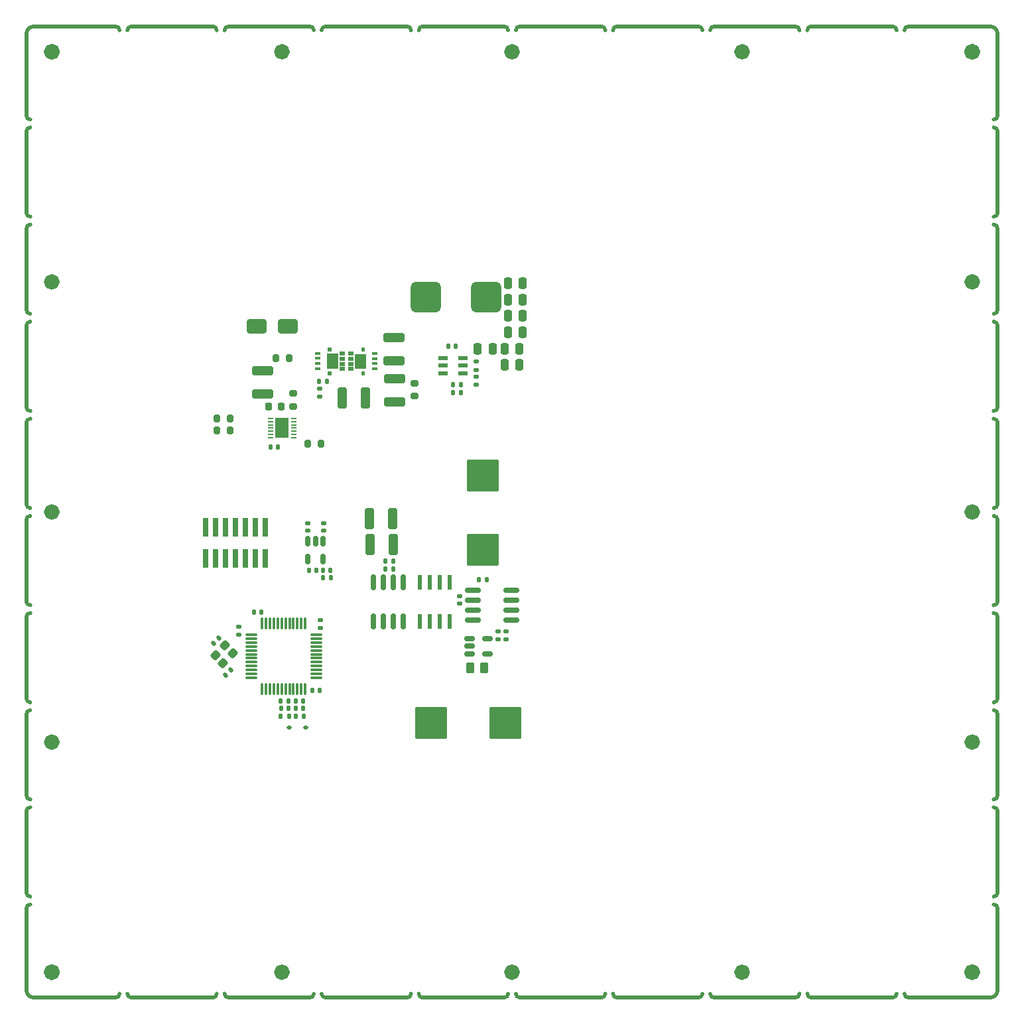
<source format=gtp>
G04 #@! TF.GenerationSoftware,KiCad,Pcbnew,9.0.1+1*
G04 #@! TF.CreationDate,2025-09-08T06:43:27+00:00*
G04 #@! TF.ProjectId,stencil,7374656e-6369-46c2-9e6b-696361645f70,rev?*
G04 #@! TF.SameCoordinates,Original*
G04 #@! TF.FileFunction,Paste,Top*
G04 #@! TF.FilePolarity,Positive*
%FSLAX46Y46*%
G04 Gerber Fmt 4.6, Leading zero omitted, Abs format (unit mm)*
G04 Created by KiCad (PCBNEW 9.0.1+1) date 2025-09-08 06:43:27*
%MOMM*%
%LPD*%
G01*
G04 APERTURE LIST*
G04 Aperture macros list*
%AMRoundRect*
0 Rectangle with rounded corners*
0 $1 Rounding radius*
0 $2 $3 $4 $5 $6 $7 $8 $9 X,Y pos of 4 corners*
0 Add a 4 corners polygon primitive as box body*
4,1,4,$2,$3,$4,$5,$6,$7,$8,$9,$2,$3,0*
0 Add four circle primitives for the rounded corners*
1,1,$1+$1,$2,$3*
1,1,$1+$1,$4,$5*
1,1,$1+$1,$6,$7*
1,1,$1+$1,$8,$9*
0 Add four rect primitives between the rounded corners*
20,1,$1+$1,$2,$3,$4,$5,0*
20,1,$1+$1,$4,$5,$6,$7,0*
20,1,$1+$1,$6,$7,$8,$9,0*
20,1,$1+$1,$8,$9,$2,$3,0*%
G04 Aperture macros list end*
%ADD10C,0.500000*%
%ADD11C,1.000000*%
%ADD12C,1.050000*%
%ADD13C,0.010000*%
%ADD14R,0.600000X1.970000*%
%ADD15RoundRect,0.250000X-0.250000X-0.475000X0.250000X-0.475000X0.250000X0.475000X-0.250000X0.475000X0*%
%ADD16RoundRect,0.218750X-0.218750X-0.256250X0.218750X-0.256250X0.218750X0.256250X-0.218750X0.256250X0*%
%ADD17RoundRect,0.140000X0.140000X0.170000X-0.140000X0.170000X-0.140000X-0.170000X0.140000X-0.170000X0*%
%ADD18R,0.800000X0.200000*%
%ADD19R,1.750000X2.650000*%
%ADD20RoundRect,0.200000X0.200000X0.275000X-0.200000X0.275000X-0.200000X-0.275000X0.200000X-0.275000X0*%
%ADD21RoundRect,0.140000X-0.170000X0.140000X-0.170000X-0.140000X0.170000X-0.140000X0.170000X0.140000X0*%
%ADD22RoundRect,0.135000X-0.185000X0.135000X-0.185000X-0.135000X0.185000X-0.135000X0.185000X0.135000X0*%
%ADD23RoundRect,0.140000X-0.140000X-0.170000X0.140000X-0.170000X0.140000X0.170000X-0.140000X0.170000X0*%
%ADD24RoundRect,0.140000X0.021213X-0.219203X0.219203X-0.021213X-0.021213X0.219203X-0.219203X0.021213X0*%
%ADD25RoundRect,0.200000X-0.200000X-0.275000X0.200000X-0.275000X0.200000X0.275000X-0.200000X0.275000X0*%
%ADD26RoundRect,0.250000X-1.000000X-0.650000X1.000000X-0.650000X1.000000X0.650000X-1.000000X0.650000X0*%
%ADD27RoundRect,0.140000X0.170000X-0.140000X0.170000X0.140000X-0.170000X0.140000X-0.170000X-0.140000X0*%
%ADD28R,0.700000X0.420000*%
%ADD29RoundRect,0.250000X0.325000X1.100000X-0.325000X1.100000X-0.325000X-1.100000X0.325000X-1.100000X0*%
%ADD30RoundRect,0.250000X0.250000X0.475000X-0.250000X0.475000X-0.250000X-0.475000X0.250000X-0.475000X0*%
%ADD31RoundRect,0.150000X0.150000X-0.825000X0.150000X0.825000X-0.150000X0.825000X-0.150000X-0.825000X0*%
%ADD32RoundRect,0.135000X0.135000X0.185000X-0.135000X0.185000X-0.135000X-0.185000X0.135000X-0.185000X0*%
%ADD33RoundRect,0.075000X-0.662500X-0.075000X0.662500X-0.075000X0.662500X0.075000X-0.662500X0.075000X0*%
%ADD34RoundRect,0.075000X-0.075000X-0.662500X0.075000X-0.662500X0.075000X0.662500X-0.075000X0.662500X0*%
%ADD35R,1.200000X0.600000*%
%ADD36RoundRect,0.250000X-0.325000X-1.100000X0.325000X-1.100000X0.325000X1.100000X-0.325000X1.100000X0*%
%ADD37RoundRect,0.250000X-1.100000X0.325000X-1.100000X-0.325000X1.100000X-0.325000X1.100000X0.325000X0*%
%ADD38RoundRect,0.577500X1.347500X-1.347500X1.347500X1.347500X-1.347500X1.347500X-1.347500X-1.347500X0*%
%ADD39R,0.740000X2.400000*%
%ADD40RoundRect,0.250000X-0.053033X-0.406586X0.406586X0.053033X0.053033X0.406586X-0.406586X-0.053033X0*%
%ADD41RoundRect,0.135000X-0.135000X-0.185000X0.135000X-0.185000X0.135000X0.185000X-0.135000X0.185000X0*%
%ADD42RoundRect,0.150000X-0.150000X0.512500X-0.150000X-0.512500X0.150000X-0.512500X0.150000X0.512500X0*%
%ADD43RoundRect,0.250000X-0.262500X-0.450000X0.262500X-0.450000X0.262500X0.450000X-0.262500X0.450000X0*%
%ADD44RoundRect,0.150000X-0.512500X-0.150000X0.512500X-0.150000X0.512500X0.150000X-0.512500X0.150000X0*%
%ADD45RoundRect,0.200000X0.275000X-0.200000X0.275000X0.200000X-0.275000X0.200000X-0.275000X-0.200000X0*%
%ADD46RoundRect,0.250002X-1.799998X-1.799998X1.799998X-1.799998X1.799998X1.799998X-1.799998X1.799998X0*%
%ADD47RoundRect,0.112500X0.187500X0.112500X-0.187500X0.112500X-0.187500X-0.112500X0.187500X-0.112500X0*%
%ADD48RoundRect,0.200000X-0.275000X0.200000X-0.275000X-0.200000X0.275000X-0.200000X0.275000X0.200000X0*%
%ADD49RoundRect,0.250002X1.799998X-1.799998X1.799998X1.799998X-1.799998X1.799998X-1.799998X-1.799998X0*%
%ADD50RoundRect,0.150000X0.825000X0.150000X-0.825000X0.150000X-0.825000X-0.150000X0.825000X-0.150000X0*%
G04 APERTURE END LIST*
D10*
X114162531Y-24354546D02*
X114162531Y-34754546D01*
X162762531Y-10954546D02*
G75*
G02*
X163262454Y-11454546I-31J-499954D01*
G01*
X114662531Y-35254546D02*
G75*
G02*
X114162454Y-34754546I-31J500046D01*
G01*
X177162531Y-134954546D02*
G75*
G02*
X176662454Y-134454546I-31J500046D01*
G01*
X237662531Y-48654546D02*
G75*
G02*
X238162454Y-49154546I-31J-499954D01*
G01*
X237662531Y-23854546D02*
G75*
G02*
X238162454Y-24354546I-31J-499954D01*
G01*
X214362531Y-134954546D02*
G75*
G02*
X213862454Y-134454546I-31J500046D01*
G01*
X214362531Y-10954546D02*
X224762531Y-10954546D01*
X177162531Y-134954546D02*
X187562531Y-134954546D01*
X177162531Y-10954546D02*
X187562531Y-10954546D01*
X114162531Y-24354546D02*
G75*
G02*
X114662531Y-23854531I499969J46D01*
G01*
X237662531Y-73454546D02*
G75*
G02*
X238162454Y-73954546I-31J-499954D01*
G01*
X114162531Y-111154546D02*
X114162531Y-121554546D01*
X150362531Y-10954546D02*
G75*
G02*
X150862454Y-11454546I-31J-499954D01*
G01*
X115162531Y-134954546D02*
G75*
G02*
X114162454Y-133954546I-31J1000046D01*
G01*
X175662531Y-134454546D02*
G75*
G02*
X175162531Y-134954531I-500031J46D01*
G01*
X213862531Y-11454546D02*
G75*
G02*
X214362531Y-10954531I499969J46D01*
G01*
X189062531Y-11454546D02*
G75*
G02*
X189562531Y-10954531I499969J46D01*
G01*
X114662531Y-84854546D02*
G75*
G02*
X114162454Y-84354546I-31J500046D01*
G01*
X237662531Y-110654546D02*
G75*
G02*
X238162454Y-111154546I-31J-499954D01*
G01*
D11*
X176662531Y-131704546D02*
G75*
G02*
X175662531Y-131704546I-500000J0D01*
G01*
X175662531Y-131704546D02*
G75*
G02*
X176662531Y-131704546I500000J0D01*
G01*
D10*
X137962531Y-10954546D02*
G75*
G02*
X138462454Y-11454546I-31J-499954D01*
G01*
D11*
X206037531Y-131704546D02*
G75*
G02*
X205037531Y-131704546I-500000J0D01*
G01*
X205037531Y-131704546D02*
G75*
G02*
X206037531Y-131704546I500000J0D01*
G01*
D10*
X199962531Y-10954546D02*
G75*
G02*
X200462454Y-11454546I-31J-499954D01*
G01*
X238162531Y-24354546D02*
X238162531Y-34754546D01*
D11*
X235412531Y-72954546D02*
G75*
G02*
X234412531Y-72954546I-500000J0D01*
G01*
X234412531Y-72954546D02*
G75*
G02*
X235412531Y-72954546I500000J0D01*
G01*
D10*
X238162531Y-36754546D02*
X238162531Y-47154546D01*
X187562531Y-10954546D02*
G75*
G02*
X188062454Y-11454546I-31J-499954D01*
G01*
X114162531Y-73954546D02*
X114162531Y-84354546D01*
X114162531Y-98754546D02*
X114162531Y-109154546D01*
X114162531Y-49154546D02*
G75*
G02*
X114662531Y-48654531I499969J46D01*
G01*
X114162531Y-11954546D02*
X114162531Y-22354546D01*
X150862531Y-134454546D02*
G75*
G02*
X150362531Y-134954531I-500031J46D01*
G01*
X115162531Y-10954546D02*
X125562531Y-10954546D01*
X114162531Y-11954546D02*
G75*
G02*
X115162531Y-10954531I999969J46D01*
G01*
X238162531Y-11954546D02*
X238162531Y-22354546D01*
X238162531Y-109154546D02*
G75*
G02*
X237662531Y-109654531I-500031J46D01*
G01*
X226762531Y-134954546D02*
X237162531Y-134954546D01*
X126062531Y-134454546D02*
G75*
G02*
X125562531Y-134954531I-500031J46D01*
G01*
X188062531Y-134454546D02*
G75*
G02*
X187562531Y-134954531I-500031J46D01*
G01*
D12*
X117937531Y-14204546D02*
G75*
G02*
X116887531Y-14204546I-525000J0D01*
G01*
X116887531Y-14204546D02*
G75*
G02*
X117937531Y-14204546I525000J0D01*
G01*
D10*
X238162531Y-111154546D02*
X238162531Y-121554546D01*
X127562531Y-134954546D02*
G75*
G02*
X127062454Y-134454546I-31J500046D01*
G01*
X238162531Y-121554546D02*
G75*
G02*
X237662531Y-122054531I-500031J46D01*
G01*
X237662531Y-98254546D02*
G75*
G02*
X238162454Y-98754546I-31J-499954D01*
G01*
X238162531Y-47154546D02*
G75*
G02*
X237662531Y-47654531I-500031J46D01*
G01*
X152362531Y-10954546D02*
X162762531Y-10954546D01*
X114162531Y-36754546D02*
G75*
G02*
X114662531Y-36254531I499969J46D01*
G01*
X114162531Y-73954546D02*
G75*
G02*
X114662531Y-73454531I499969J46D01*
G01*
X224762531Y-10954546D02*
G75*
G02*
X225262454Y-11454546I-31J-499954D01*
G01*
D11*
X117912531Y-102329546D02*
G75*
G02*
X116912531Y-102329546I-500000J0D01*
G01*
X116912531Y-102329546D02*
G75*
G02*
X117912531Y-102329546I500000J0D01*
G01*
D10*
X114662531Y-122054546D02*
G75*
G02*
X114162454Y-121554546I-31J500046D01*
G01*
X201962531Y-134954546D02*
G75*
G02*
X201462454Y-134454546I-31J500046D01*
G01*
X114162531Y-36754546D02*
X114162531Y-47154546D01*
X237662531Y-123054546D02*
G75*
G02*
X238162454Y-123554546I-31J-499954D01*
G01*
X125562531Y-10954546D02*
G75*
G02*
X126062454Y-11454546I-31J-499954D01*
G01*
X114662531Y-72454546D02*
G75*
G02*
X114162454Y-71954546I-31J500046D01*
G01*
X164762531Y-134954546D02*
X175162531Y-134954546D01*
X238162531Y-22354546D02*
G75*
G02*
X237662531Y-22854531I-500031J46D01*
G01*
X139962531Y-10954546D02*
X150362531Y-10954546D01*
X238162531Y-84354546D02*
G75*
G02*
X237662531Y-84854531I-500031J46D01*
G01*
X114162531Y-111154546D02*
G75*
G02*
X114662531Y-110654531I499969J46D01*
G01*
X114662531Y-97254546D02*
G75*
G02*
X114162454Y-96754546I-31J500046D01*
G01*
D11*
X176662531Y-14204546D02*
G75*
G02*
X175662531Y-14204546I-500000J0D01*
G01*
X175662531Y-14204546D02*
G75*
G02*
X176662531Y-14204546I500000J0D01*
G01*
D10*
X238162531Y-71954546D02*
G75*
G02*
X237662531Y-72454531I-500031J46D01*
G01*
X201962531Y-134954546D02*
X212362531Y-134954546D01*
X164262531Y-11454546D02*
G75*
G02*
X164762531Y-10954531I499969J46D01*
G01*
X115162531Y-134954546D02*
X125562531Y-134954546D01*
D11*
X117912531Y-72954546D02*
G75*
G02*
X116912531Y-72954546I-500000J0D01*
G01*
X116912531Y-72954546D02*
G75*
G02*
X117912531Y-72954546I500000J0D01*
G01*
D10*
X225262531Y-134454546D02*
G75*
G02*
X224762531Y-134954531I-500031J46D01*
G01*
X127062531Y-11454546D02*
G75*
G02*
X127562531Y-10954531I499969J46D01*
G01*
X200462531Y-134454546D02*
G75*
G02*
X199962531Y-134954531I-500031J46D01*
G01*
D12*
X117937531Y-131704546D02*
G75*
G02*
X116887531Y-131704546I-525000J0D01*
G01*
X116887531Y-131704546D02*
G75*
G02*
X117937531Y-131704546I525000J0D01*
G01*
D11*
X235412531Y-43579546D02*
G75*
G02*
X234412531Y-43579546I-500000J0D01*
G01*
X234412531Y-43579546D02*
G75*
G02*
X235412531Y-43579546I500000J0D01*
G01*
X206037531Y-14204546D02*
G75*
G02*
X205037531Y-14204546I-500000J0D01*
G01*
X205037531Y-14204546D02*
G75*
G02*
X206037531Y-14204546I500000J0D01*
G01*
D10*
X201962531Y-10954546D02*
X212362531Y-10954546D01*
X176662531Y-11454546D02*
G75*
G02*
X177162531Y-10954531I499969J46D01*
G01*
X212862531Y-134454546D02*
G75*
G02*
X212362531Y-134954531I-500031J46D01*
G01*
X238162531Y-98754546D02*
X238162531Y-109154546D01*
X127562531Y-134954546D02*
X137962531Y-134954546D01*
X139962531Y-134954546D02*
X150362531Y-134954546D01*
X114162531Y-98754546D02*
G75*
G02*
X114662531Y-98254531I499969J46D01*
G01*
X175162531Y-10954546D02*
G75*
G02*
X175662454Y-11454546I-31J-499954D01*
G01*
X189562531Y-10954546D02*
X199962531Y-10954546D01*
X114162531Y-86354546D02*
X114162531Y-96754546D01*
X114662531Y-109654546D02*
G75*
G02*
X114162454Y-109154546I-31J500046D01*
G01*
X114662531Y-22854546D02*
G75*
G02*
X114162454Y-22354546I-31J500046D01*
G01*
X238162531Y-59554546D02*
G75*
G02*
X237662531Y-60054531I-500031J46D01*
G01*
X238162531Y-61554546D02*
X238162531Y-71954546D01*
X238162531Y-133954546D02*
G75*
G02*
X237162531Y-134954531I-1000031J46D01*
G01*
X138462531Y-134454546D02*
G75*
G02*
X137962531Y-134954531I-500031J46D01*
G01*
X164762531Y-10954546D02*
X175162531Y-10954546D01*
X114662531Y-60054546D02*
G75*
G02*
X114162454Y-59554546I-31J500046D01*
G01*
X114662531Y-47654546D02*
G75*
G02*
X114162454Y-47154546I-31J500046D01*
G01*
X214362531Y-134954546D02*
X224762531Y-134954546D01*
X114162531Y-49154546D02*
X114162531Y-59554546D01*
X237662531Y-85854546D02*
G75*
G02*
X238162454Y-86354546I-31J-499954D01*
G01*
X114162531Y-123554546D02*
X114162531Y-133954546D01*
X189562531Y-134954546D02*
G75*
G02*
X189062454Y-134454546I-31J500046D01*
G01*
X238162531Y-96754546D02*
G75*
G02*
X237662531Y-97254531I-500031J46D01*
G01*
X226262531Y-11454546D02*
G75*
G02*
X226762531Y-10954531I499969J46D01*
G01*
X226762531Y-134954546D02*
G75*
G02*
X226262454Y-134454546I-31J500046D01*
G01*
D12*
X235437531Y-14204546D02*
G75*
G02*
X234387531Y-14204546I-525000J0D01*
G01*
X234387531Y-14204546D02*
G75*
G02*
X235437531Y-14204546I525000J0D01*
G01*
D10*
X164762531Y-134954546D02*
G75*
G02*
X164262454Y-134454546I-31J500046D01*
G01*
X238162531Y-86354546D02*
X238162531Y-96754546D01*
X127562531Y-10954546D02*
X137962531Y-10954546D01*
D12*
X235437531Y-131704546D02*
G75*
G02*
X234387531Y-131704546I-525000J0D01*
G01*
X234387531Y-131704546D02*
G75*
G02*
X235437531Y-131704546I525000J0D01*
G01*
D11*
X147287531Y-131704546D02*
G75*
G02*
X146287531Y-131704546I-500000J0D01*
G01*
X146287531Y-131704546D02*
G75*
G02*
X147287531Y-131704546I500000J0D01*
G01*
X117912531Y-43579546D02*
G75*
G02*
X116912531Y-43579546I-500000J0D01*
G01*
X116912531Y-43579546D02*
G75*
G02*
X117912531Y-43579546I500000J0D01*
G01*
X235412531Y-102329546D02*
G75*
G02*
X234412531Y-102329546I-500000J0D01*
G01*
X234412531Y-102329546D02*
G75*
G02*
X235412531Y-102329546I500000J0D01*
G01*
D10*
X226762531Y-10954546D02*
X237162531Y-10954546D01*
X114162531Y-61554546D02*
X114162531Y-71954546D01*
X151862531Y-11454546D02*
G75*
G02*
X152362531Y-10954531I499969J46D01*
G01*
X212362531Y-10954546D02*
G75*
G02*
X212862454Y-11454546I-31J-499954D01*
G01*
X238162531Y-123554546D02*
X238162531Y-133954546D01*
X238162531Y-73954546D02*
X238162531Y-84354546D01*
D11*
X147287531Y-14204546D02*
G75*
G02*
X146287531Y-14204546I-500000J0D01*
G01*
X146287531Y-14204546D02*
G75*
G02*
X147287531Y-14204546I500000J0D01*
G01*
D10*
X152362531Y-134954546D02*
X162762531Y-134954546D01*
X237662531Y-36254546D02*
G75*
G02*
X238162454Y-36754546I-31J-499954D01*
G01*
X114162531Y-61554546D02*
G75*
G02*
X114662531Y-61054531I499969J46D01*
G01*
X163262531Y-134454546D02*
G75*
G02*
X162762531Y-134954531I-500031J46D01*
G01*
X152362531Y-134954546D02*
G75*
G02*
X151862454Y-134454546I-31J500046D01*
G01*
X189562531Y-134954546D02*
X199962531Y-134954546D01*
X237662531Y-61054546D02*
G75*
G02*
X238162454Y-61554546I-31J-499954D01*
G01*
X139462531Y-11454546D02*
G75*
G02*
X139962531Y-10954531I499969J46D01*
G01*
X139962531Y-134954546D02*
G75*
G02*
X139462454Y-134454546I-31J500046D01*
G01*
X238162531Y-34754546D02*
G75*
G02*
X237662531Y-35254531I-500031J46D01*
G01*
X237162531Y-10954546D02*
G75*
G02*
X238162454Y-11954546I-31J-999954D01*
G01*
X114162531Y-123554546D02*
G75*
G02*
X114662531Y-123054531I499969J46D01*
G01*
X114162531Y-86354546D02*
G75*
G02*
X114662531Y-85854531I499969J46D01*
G01*
X201462531Y-11454546D02*
G75*
G02*
X201962531Y-10954531I499969J46D01*
G01*
X238162531Y-49154546D02*
X238162531Y-59554546D01*
D13*
G04 #@! TO.C,Q1*
X155805500Y-52917550D02*
X155255500Y-52917550D01*
X155255500Y-52497550D01*
X155805500Y-52497550D01*
X155805500Y-52917550D01*
G36*
X155805500Y-52917550D02*
G01*
X155255500Y-52917550D01*
X155255500Y-52497550D01*
X155805500Y-52497550D01*
X155805500Y-52917550D01*
G37*
X155805500Y-53147550D02*
X155805500Y-53567550D01*
X155255500Y-53567550D01*
X155255500Y-53147549D01*
X155805500Y-53147550D01*
G36*
X155805500Y-53147550D02*
G01*
X155805500Y-53567550D01*
X155255500Y-53567550D01*
X155255500Y-53147549D01*
X155805500Y-53147550D01*
G37*
X155805500Y-54217550D02*
X155255500Y-54217551D01*
X155255500Y-53797550D01*
X155805500Y-53797550D01*
X155805500Y-54217550D01*
G36*
X155805500Y-54217550D02*
G01*
X155255500Y-54217551D01*
X155255500Y-53797550D01*
X155805500Y-53797550D01*
X155805500Y-54217550D01*
G37*
X155805500Y-54867550D02*
X155255500Y-54867550D01*
X155255500Y-54447550D01*
X155805500Y-54447550D01*
X155805500Y-54867550D01*
G36*
X155805500Y-54867550D02*
G01*
X155255500Y-54867550D01*
X155255500Y-54447550D01*
X155805500Y-54447550D01*
X155805500Y-54867550D01*
G37*
X157305499Y-55432550D02*
X156905501Y-55432550D01*
X156905500Y-54982550D01*
X157305500Y-54982550D01*
X157305499Y-55432550D01*
G36*
X157305499Y-55432550D02*
G01*
X156905501Y-55432550D01*
X156905500Y-54982550D01*
X157305500Y-54982550D01*
X157305499Y-55432550D01*
G37*
X157305500Y-52382550D02*
X156905500Y-52382550D01*
X156905501Y-51932550D01*
X157305499Y-51932550D01*
X157305500Y-52382550D01*
G36*
X157305500Y-52382550D02*
G01*
X156905500Y-52382550D01*
X156905501Y-51932550D01*
X157305499Y-51932550D01*
X157305500Y-52382550D01*
G37*
X157426500Y-54601550D02*
X156084500Y-54601550D01*
X156084500Y-52763550D01*
X157426500Y-52763550D01*
X157426500Y-54601550D01*
G36*
X157426500Y-54601550D02*
G01*
X156084500Y-54601550D01*
X156084500Y-52763550D01*
X157426500Y-52763550D01*
X157426500Y-54601550D01*
G37*
G04 #@! TO.C,Q5*
X153886100Y-54591750D02*
X152544100Y-54591750D01*
X152544100Y-52753750D01*
X153886100Y-52753750D01*
X153886100Y-54591750D01*
G36*
X153886100Y-54591750D02*
G01*
X152544100Y-54591750D01*
X152544100Y-52753750D01*
X153886100Y-52753750D01*
X153886100Y-54591750D01*
G37*
X153065099Y-55422750D02*
X152665101Y-55422750D01*
X152665100Y-54972750D01*
X153065100Y-54972750D01*
X153065099Y-55422750D01*
G36*
X153065099Y-55422750D02*
G01*
X152665101Y-55422750D01*
X152665100Y-54972750D01*
X153065100Y-54972750D01*
X153065099Y-55422750D01*
G37*
X153065100Y-52372750D02*
X152665100Y-52372750D01*
X152665101Y-51922750D01*
X153065099Y-51922750D01*
X153065100Y-52372750D01*
G36*
X153065100Y-52372750D02*
G01*
X152665100Y-52372750D01*
X152665101Y-51922750D01*
X153065099Y-51922750D01*
X153065100Y-52372750D01*
G37*
X154715100Y-52907750D02*
X154165100Y-52907750D01*
X154165100Y-52487750D01*
X154715100Y-52487750D01*
X154715100Y-52907750D01*
G36*
X154715100Y-52907750D02*
G01*
X154165100Y-52907750D01*
X154165100Y-52487750D01*
X154715100Y-52487750D01*
X154715100Y-52907750D01*
G37*
X154715100Y-53557750D02*
X154165100Y-53557750D01*
X154165100Y-53137750D01*
X154715100Y-53137749D01*
X154715100Y-53557750D01*
G36*
X154715100Y-53557750D02*
G01*
X154165100Y-53557750D01*
X154165100Y-53137750D01*
X154715100Y-53137749D01*
X154715100Y-53557750D01*
G37*
X154715100Y-54207751D02*
X154165100Y-54207750D01*
X154165100Y-53787750D01*
X154715100Y-53787750D01*
X154715100Y-54207751D01*
G36*
X154715100Y-54207751D02*
G01*
X154165100Y-54207750D01*
X154165100Y-53787750D01*
X154715100Y-53787750D01*
X154715100Y-54207751D01*
G37*
X154715100Y-54857750D02*
X154165100Y-54857750D01*
X154165100Y-54437750D01*
X154715100Y-54437750D01*
X154715100Y-54857750D01*
G36*
X154715100Y-54857750D02*
G01*
X154165100Y-54857750D01*
X154165100Y-54437750D01*
X154715100Y-54437750D01*
X154715100Y-54857750D01*
G37*
G04 #@! TD*
D14*
G04 #@! TO.C,Q2*
X164355000Y-86915000D03*
X165625000Y-86915000D03*
X166895000Y-86915000D03*
X168165000Y-86915000D03*
X168165000Y-81965000D03*
X166895000Y-81965000D03*
X165625000Y-81965000D03*
X164355000Y-81965000D03*
G04 #@! TD*
D15*
G04 #@! TO.C,C4*
X175232301Y-54180750D03*
X177132299Y-54180750D03*
G04 #@! TD*
G04 #@! TO.C,C37*
X175638701Y-50015150D03*
X177538699Y-50015150D03*
G04 #@! TD*
D16*
G04 #@! TO.C,D1*
X145102500Y-59510000D03*
X146677500Y-59510000D03*
G04 #@! TD*
D17*
G04 #@! TO.C,C46*
X151174499Y-80397700D03*
X150214499Y-80397700D03*
G04 #@! TD*
D18*
G04 #@! TO.C,IC1*
X148317500Y-63436750D03*
X148317500Y-63036750D03*
X148317500Y-62636750D03*
X148317500Y-62236750D03*
X148317500Y-61836750D03*
X148317500Y-61436750D03*
X148317500Y-61036750D03*
X145317500Y-61036750D03*
X145317500Y-61436750D03*
X145317500Y-61836750D03*
X145317500Y-62236750D03*
X145317500Y-62636750D03*
X145317500Y-63036750D03*
X145317500Y-63436750D03*
D19*
X146817500Y-62236750D03*
G04 #@! TD*
D20*
G04 #@! TO.C,R5*
X140177300Y-61038750D03*
X138527300Y-61038750D03*
G04 #@! TD*
D21*
G04 #@! TO.C,C2*
X174410000Y-88230000D03*
X174410000Y-89190000D03*
G04 #@! TD*
D15*
G04 #@! TO.C,C5*
X175623500Y-43715950D03*
X177523498Y-43715950D03*
G04 #@! TD*
D22*
G04 #@! TO.C,R3*
X151595100Y-57228750D03*
X151595100Y-58248748D03*
G04 #@! TD*
D23*
G04 #@! TO.C,C48*
X148562200Y-98027000D03*
X149522200Y-98027000D03*
G04 #@! TD*
D22*
G04 #@! TO.C,R29*
X171559500Y-53774350D03*
X171559500Y-54794348D03*
G04 #@! TD*
D24*
G04 #@! TO.C,C97*
X138034789Y-89679611D03*
X138713611Y-89000789D03*
G04 #@! TD*
D25*
G04 #@! TO.C,R1*
X146045700Y-53317150D03*
X147695700Y-53317150D03*
G04 #@! TD*
D22*
G04 #@! TO.C,R30*
X171559500Y-55702751D03*
X171559500Y-56722749D03*
G04 #@! TD*
D26*
G04 #@! TO.C,D3*
X143531098Y-49253150D03*
X147531100Y-49253150D03*
G04 #@! TD*
D27*
G04 #@! TO.C,C62*
X150084899Y-75340500D03*
X150084899Y-74380500D03*
G04 #@! TD*
D28*
G04 #@! TO.C,Q1*
X158605500Y-54657550D03*
X158605500Y-54007550D03*
X158605500Y-53357550D03*
X158605500Y-52707550D03*
G04 #@! TD*
D29*
G04 #@! TO.C,C33*
X160945001Y-73840000D03*
X157994999Y-73840000D03*
G04 #@! TD*
D30*
G04 #@! TO.C,C39*
X173677899Y-52148750D03*
X171777901Y-52148750D03*
G04 #@! TD*
D31*
G04 #@! TO.C,U5*
X158490000Y-86920000D03*
X159760000Y-86920000D03*
X161030000Y-86920000D03*
X162300000Y-86920000D03*
X162300000Y-81970000D03*
X161030000Y-81970000D03*
X159760000Y-81970000D03*
X158490000Y-81970000D03*
G04 #@! TD*
D27*
G04 #@! TO.C,C35*
X152116899Y-75363300D03*
X152116899Y-74403300D03*
G04 #@! TD*
D17*
G04 #@! TO.C,C20*
X147619800Y-98027000D03*
X146659800Y-98027000D03*
G04 #@! TD*
D32*
G04 #@! TO.C,R23*
X149552199Y-98992200D03*
X148532201Y-98992200D03*
G04 #@! TD*
D33*
G04 #@! TO.C,U2*
X142847700Y-88622200D03*
X142847700Y-89122200D03*
X142847700Y-89622200D03*
X142847700Y-90122200D03*
X142847700Y-90622200D03*
X142847700Y-91122200D03*
X142847700Y-91622200D03*
X142847700Y-92122200D03*
X142847700Y-92622200D03*
X142847700Y-93122200D03*
X142847700Y-93622200D03*
X142847700Y-94122200D03*
D34*
X144260200Y-95534700D03*
X144760200Y-95534700D03*
X145260200Y-95534700D03*
X145760200Y-95534700D03*
X146260200Y-95534700D03*
X146760200Y-95534700D03*
X147260200Y-95534700D03*
X147760200Y-95534700D03*
X148260200Y-95534700D03*
X148760200Y-95534700D03*
X149260200Y-95534700D03*
X149760200Y-95534700D03*
D33*
X151172700Y-94122200D03*
X151172700Y-93622200D03*
X151172700Y-93122200D03*
X151172700Y-92622200D03*
X151172700Y-92122200D03*
X151172700Y-91622200D03*
X151172700Y-91122200D03*
X151172700Y-90622200D03*
X151172700Y-90122200D03*
X151172700Y-89622200D03*
X151172700Y-89122200D03*
X151172700Y-88622200D03*
D34*
X149760200Y-87209700D03*
X149260200Y-87209700D03*
X148760200Y-87209700D03*
X148260200Y-87209700D03*
X147760200Y-87209700D03*
X147260200Y-87209700D03*
X146760200Y-87209700D03*
X146260200Y-87209700D03*
X145760200Y-87209700D03*
X145260200Y-87209700D03*
X144760200Y-87209700D03*
X144260200Y-87209700D03*
G04 #@! TD*
D35*
G04 #@! TO.C,IC2*
X167363100Y-53332350D03*
X167363100Y-54282350D03*
X167363100Y-55232350D03*
X169863100Y-55232350D03*
X169863100Y-54282350D03*
X169863100Y-53332350D03*
G04 #@! TD*
D23*
G04 #@! TO.C,C27*
X160020000Y-79260000D03*
X160980000Y-79260000D03*
G04 #@! TD*
D36*
G04 #@! TO.C,C8*
X154474999Y-58375000D03*
X157425001Y-58375000D03*
G04 #@! TD*
D27*
G04 #@! TO.C,C28*
X169460400Y-84665999D03*
X169460400Y-83705999D03*
G04 #@! TD*
G04 #@! TO.C,C61*
X141320600Y-88601000D03*
X141320600Y-87641000D03*
G04 #@! TD*
D37*
G04 #@! TO.C,C1*
X144350000Y-54915000D03*
X144350000Y-57865000D03*
G04 #@! TD*
D38*
G04 #@! TO.C,L1*
X165194501Y-45544750D03*
X172844499Y-45544750D03*
G04 #@! TD*
D28*
G04 #@! TO.C,Q5*
X151365100Y-52697750D03*
X151365100Y-53347750D03*
X151365100Y-53997750D03*
X151365100Y-54647750D03*
G04 #@! TD*
D39*
G04 #@! TO.C,J3*
X144673400Y-74944200D03*
X144673400Y-78844200D03*
X143403400Y-74944200D03*
X143403400Y-78844200D03*
X142133400Y-74944200D03*
X142133400Y-78844200D03*
X140863400Y-74944200D03*
X140863400Y-78844200D03*
X139593400Y-74944200D03*
X139593400Y-78844200D03*
X138323400Y-74944200D03*
X138323400Y-78844200D03*
X137053400Y-74944200D03*
X137053400Y-78844200D03*
G04 #@! TD*
D23*
G04 #@! TO.C,C47*
X143228200Y-85733400D03*
X144188200Y-85733400D03*
G04 #@! TD*
D15*
G04 #@! TO.C,C6*
X175638701Y-45849550D03*
X177538699Y-45849550D03*
G04 #@! TD*
D20*
G04 #@! TO.C,R6*
X140172300Y-62548750D03*
X138522300Y-62548750D03*
G04 #@! TD*
D23*
G04 #@! TO.C,C59*
X150645000Y-95741000D03*
X151605000Y-95741000D03*
G04 #@! TD*
D40*
G04 #@! TO.C,Y2*
X139266456Y-92231893D03*
X140503893Y-90994456D03*
X139513944Y-90004507D03*
X138276507Y-91241944D03*
G04 #@! TD*
D17*
G04 #@! TO.C,C30*
X172910000Y-81560000D03*
X171950000Y-81560000D03*
G04 #@! TD*
D32*
G04 #@! TO.C,R71*
X147672599Y-98992200D03*
X146652601Y-98992200D03*
G04 #@! TD*
D41*
G04 #@! TO.C,R9*
X168611101Y-56669949D03*
X169631099Y-56669949D03*
G04 #@! TD*
D42*
G04 #@! TO.C,U8*
X152014198Y-76720200D03*
X151064199Y-76720200D03*
X150114200Y-76720200D03*
X150114200Y-78995200D03*
X152014198Y-78995200D03*
G04 #@! TD*
D37*
G04 #@! TO.C,C10*
X161094700Y-50724549D03*
X161094700Y-53674551D03*
G04 #@! TD*
D27*
G04 #@! TO.C,C60*
X151683800Y-87737400D03*
X151683800Y-86777400D03*
G04 #@! TD*
D43*
G04 #@! TO.C,R21*
X170807500Y-92840000D03*
X172632500Y-92840000D03*
G04 #@! TD*
D41*
G04 #@! TO.C,R37*
X151540302Y-56263550D03*
X152560300Y-56263550D03*
G04 #@! TD*
D44*
G04 #@! TO.C,U1*
X170742500Y-89140002D03*
X170742500Y-90090001D03*
X170742500Y-91040000D03*
X173017500Y-91040000D03*
X173017500Y-89140002D03*
G04 #@! TD*
D45*
G04 #@! TO.C,R4*
X148247500Y-59491750D03*
X148247500Y-57841750D03*
G04 #@! TD*
D17*
G04 #@! TO.C,C36*
X147614600Y-97061800D03*
X146654600Y-97061800D03*
G04 #@! TD*
D23*
G04 #@! TO.C,C9*
X168040000Y-51800000D03*
X169000000Y-51800000D03*
G04 #@! TD*
D46*
G04 #@! TO.C,L3*
X165810000Y-99890000D03*
X175310000Y-99890000D03*
G04 #@! TD*
D23*
G04 #@! TO.C,C142*
X152043299Y-80397700D03*
X153003299Y-80397700D03*
G04 #@! TD*
D15*
G04 #@! TO.C,C7*
X175638701Y-47932350D03*
X177538699Y-47932350D03*
G04 #@! TD*
D17*
G04 #@! TO.C,C11*
X169601100Y-57736750D03*
X168641100Y-57736750D03*
G04 #@! TD*
D37*
G04 #@! TO.C,C3*
X161150000Y-55924998D03*
X161150000Y-58875000D03*
G04 #@! TD*
D47*
G04 #@! TO.C,D27*
X149838200Y-100465400D03*
X147738200Y-100465400D03*
G04 #@! TD*
D36*
G04 #@! TO.C,C31*
X158034999Y-77120000D03*
X160985001Y-77120000D03*
G04 #@! TD*
D17*
G04 #@! TO.C,C29*
X160970000Y-80230000D03*
X160010000Y-80230000D03*
G04 #@! TD*
D20*
G04 #@! TO.C,R7*
X151750000Y-64250000D03*
X150100000Y-64250000D03*
G04 #@! TD*
D27*
G04 #@! TO.C,C24*
X175390000Y-89170000D03*
X175390000Y-88210000D03*
G04 #@! TD*
D15*
G04 #@! TO.C,C38*
X175232301Y-52148750D03*
X177132299Y-52148750D03*
G04 #@! TD*
D48*
G04 #@! TO.C,R8*
X163685500Y-56505350D03*
X163685500Y-58155350D03*
G04 #@! TD*
D23*
G04 #@! TO.C,C63*
X152066099Y-81362900D03*
X153026099Y-81362900D03*
G04 #@! TD*
D17*
G04 #@! TO.C,C104*
X146287500Y-64656750D03*
X145327500Y-64656750D03*
G04 #@! TD*
D24*
G04 #@! TO.C,C94*
X139558789Y-93743611D03*
X140237611Y-93064789D03*
G04 #@! TD*
D17*
G04 #@! TO.C,C49*
X149522200Y-97061800D03*
X148562200Y-97061800D03*
G04 #@! TD*
D49*
G04 #@! TO.C,L2*
X172430000Y-77760000D03*
X172430000Y-68260000D03*
G04 #@! TD*
D50*
G04 #@! TO.C,U4*
X176101001Y-86730000D03*
X176101001Y-85460000D03*
X176101001Y-84190000D03*
X176101001Y-82920000D03*
X171151001Y-82920000D03*
X171151001Y-84190000D03*
X171151001Y-85460000D03*
X171151001Y-86730000D03*
G04 #@! TD*
M02*

</source>
